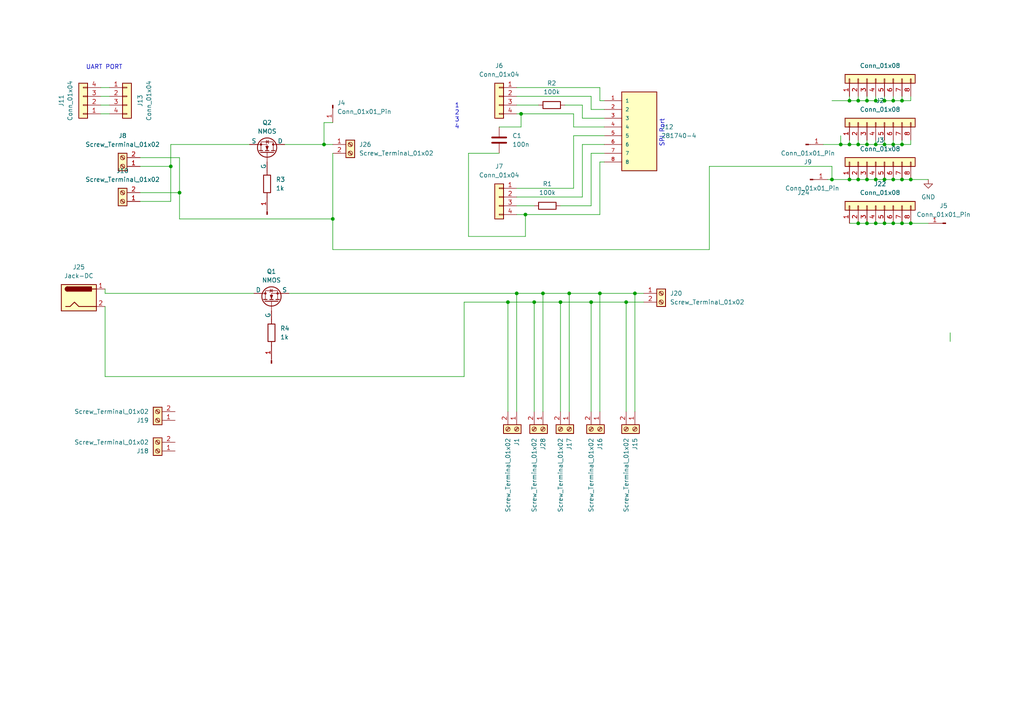
<source format=kicad_sch>
(kicad_sch (version 20250114) (generator "eeschema") (generator_version "9.0")
  (paper "A4")
  (lib_symbols
    (symbol "281740-4:281740-4" (pin_names (offset 1.016))
      (property "Reference" "J" (at -5.58 12.7 0))
      (property "Value" "281740-4" (at -5.08 -12.7 0))
      (symbol "281740-4_0_0"
        (rectangle (start -5.08 -10.16) (end 5.08 12.7) (stroke (width 0.254)) (fill (type background)))
        (pin passive line (at -10.16 10.16 0) (length 5.08) (name "1") (number "1"))
        (pin passive line (at -10.16 7.62 0) (length 5.08) (name "2") (number "2"))
        (pin passive line (at -10.16 5.08 0) (length 5.08) (name "3") (number "3"))
        (pin passive line (at -10.16 2.54 0) (length 5.08) (name "4") (number "4"))
        (pin passive line (at -10.16 0 0) (length 5.08) (name "5") (number "5"))
        (pin passive line (at -10.16 -2.54 0) (length 5.08) (name "6") (number "6"))
        (pin passive line (at -10.16 -5.08 0) (length 5.08) (name "7") (number "7"))
        (pin passive line (at -10.16 -7.62 0) (length 5.08) (name "8") (number "8"))
      )
    )
    (symbol "Connector:Conn_01x01_Pin" (pin_names (offset 1.016) (hide yes))
      (property "Reference" "J" (at 0 2.54 0))
      (property "Value" "Conn_01x01_Pin" (at 0 -2.54 0))
      (symbol "Conn_01x01_Pin_1_1"
        (rectangle (start 0.8636 0.127) (end 0 -0.127) (stroke (width 0.1524)) (fill (type outline)))
        (polyline (pts (xy 1.27 0) (xy 0.8636 0)) (stroke (width 0.1524)))
        (pin passive line (at 5.08 0 180) (length 3.81) (name "Pin_1") (number "1"))
      )
    )
    (symbol "Connector:Jack-DC" (pin_names (offset 1.016))
      (property "Reference" "J" (at 0 5.334 0))
      (property "Value" "Jack-DC" (at 0 -5.08 0))
      (symbol "Jack-DC_0_1"
        (rectangle (start -5.08 3.81) (end 5.08 -3.81) (stroke (width 0.254)) (fill (type background)))
        (polyline (pts (xy -3.81 -2.54) (xy -2.54 -2.54) (xy -1.27 -1.27) (xy 0 -2.54) (xy 2.54 -2.54) (xy 5.08 -2.54)) (stroke (width 0.254)))
        (arc (start -3.302 1.905) (mid -3.9343 2.54) (end -3.302 3.175) (stroke (width 0.254)))
        (arc (start -3.302 1.905) (mid -3.9343 2.54) (end -3.302 3.175) (stroke (width 0.254)) (fill (type outline)))
        (rectangle (start 3.683 3.175) (end -3.302 1.905) (stroke (width 0.254)) (fill (type outline)))
        (polyline (pts (xy 5.08 2.54) (xy 3.81 2.54)) (stroke (width 0.254)))
      )
      (symbol "Jack-DC_1_1"
        (pin passive line (at 7.62 2.54 180) (length 2.54) (name "~") (number "1"))
        (pin passive line (at 7.62 -2.54 180) (length 2.54) (name "~") (number "2"))
      )
    )
    (symbol "Connector:Screw_Terminal_01x02" (pin_names (offset 1.016) (hide yes))
      (property "Reference" "J" (at 0 2.54 0))
      (property "Value" "Screw_Terminal_01x02" (at 0 -5.08 0))
      (symbol "Screw_Terminal_01x02_1_1"
        (rectangle (start -1.27 1.27) (end 1.27 -3.81) (stroke (width 0.254)) (fill (type background)))
        (polyline (pts (xy -0.5334 0.3302) (xy 0.3302 -0.508)) (stroke (width 0.1524)))
        (polyline (pts (xy -0.5334 -2.2098) (xy 0.3302 -3.048)) (stroke (width 0.1524)))
        (polyline (pts (xy -0.3556 0.508) (xy 0.508 -0.3302)) (stroke (width 0.1524)))
        (polyline (pts (xy -0.3556 -2.032) (xy 0.508 -2.8702)) (stroke (width 0.1524)))
        (circle (center 0 0) (radius 0.635) (stroke (width 0.1524)))
        (circle (center 0 -2.54) (radius 0.635) (stroke (width 0.1524)))
        (pin passive line (at -5.08 0 0) (length 3.81) (name "Pin_1") (number "1"))
        (pin passive line (at -5.08 -2.54 0) (length 3.81) (name "Pin_2") (number "2"))
      )
    )
    (symbol "Connector_Generic:Conn_01x04" (pin_names (offset 1.016) (hide yes))
      (property "Reference" "J" (at 0 5.08 0))
      (property "Value" "Conn_01x04" (at 0 -7.62 0))
      (symbol "Conn_01x04_1_1"
        (rectangle (start -1.27 3.81) (end 1.27 -6.35) (stroke (width 0.254)) (fill (type background)))
        (rectangle (start -1.27 2.667) (end 0 2.413) (stroke (width 0.1524)))
        (rectangle (start -1.27 0.127) (end 0 -0.127) (stroke (width 0.1524)))
        (rectangle (start -1.27 -2.413) (end 0 -2.667) (stroke (width 0.1524)))
        (rectangle (start -1.27 -4.953) (end 0 -5.207) (stroke (width 0.1524)))
        (pin passive line (at -5.08 2.54 0) (length 3.81) (name "Pin_1") (number "1"))
        (pin passive line (at -5.08 0 0) (length 3.81) (name "Pin_2") (number "2"))
        (pin passive line (at -5.08 -2.54 0) (length 3.81) (name "Pin_3") (number "3"))
        (pin passive line (at -5.08 -5.08 0) (length 3.81) (name "Pin_4") (number "4"))
      )
    )
    (symbol "Connector_Generic:Conn_01x08" (pin_names (offset 1.016) (hide yes))
      (property "Reference" "J" (at 0 10.16 0))
      (property "Value" "Conn_01x08" (at 0 -12.7 0))
      (symbol "Conn_01x08_1_1"
        (rectangle (start -1.27 8.89) (end 1.27 -11.43) (stroke (width 0.254)) (fill (type background)))
        (rectangle (start -1.27 7.747) (end 0 7.493) (stroke (width 0.1524)))
        (rectangle (start -1.27 5.207) (end 0 4.953) (stroke (width 0.1524)))
        (rectangle (start -1.27 2.667) (end 0 2.413) (stroke (width 0.1524)))
        (rectangle (start -1.27 0.127) (end 0 -0.127) (stroke (width 0.1524)))
        (rectangle (start -1.27 -2.413) (end 0 -2.667) (stroke (width 0.1524)))
        (rectangle (start -1.27 -4.953) (end 0 -5.207) (stroke (width 0.1524)))
        (rectangle (start -1.27 -7.493) (end 0 -7.747) (stroke (width 0.1524)))
        (rectangle (start -1.27 -10.033) (end 0 -10.287) (stroke (width 0.1524)))
        (pin passive line (at -5.08 7.62 0) (length 3.81) (name "Pin_1") (number "1"))
        (pin passive line (at -5.08 5.08 0) (length 3.81) (name "Pin_2") (number "2"))
        (pin passive line (at -5.08 2.54 0) (length 3.81) (name "Pin_3") (number "3"))
        (pin passive line (at -5.08 0 0) (length 3.81) (name "Pin_4") (number "4"))
        (pin passive line (at -5.08 -2.54 0) (length 3.81) (name "Pin_5") (number "5"))
        (pin passive line (at -5.08 -5.08 0) (length 3.81) (name "Pin_6") (number "6"))
        (pin passive line (at -5.08 -7.62 0) (length 3.81) (name "Pin_7") (number "7"))
        (pin passive line (at -5.08 -10.16 0) (length 3.81) (name "Pin_8") (number "8"))
      )
    )
    (symbol "Device:C" (pin_numbers (hide yes)) (pin_names (offset 0.254))
      (property "Reference" "C" (at 0.635 2.54 0))
      (property "Value" "C" (at 0.635 -2.54 0))
      (symbol "C_0_1"
        (polyline (pts (xy -2.032 0.762) (xy 2.032 0.762)) (stroke (width 0.508)))
        (polyline (pts (xy -2.032 -0.762) (xy 2.032 -0.762)) (stroke (width 0.508)))
      )
      (symbol "C_1_1"
        (pin passive line (at 0 3.81 270) (length 2.794) (name "~") (number "1"))
        (pin passive line (at 0 -3.81 90) (length 2.794) (name "~") (number "2"))
      )
    )
    (symbol "Device:R" (pin_numbers (hide yes)) (pin_names (offset 0))
      (property "Reference" "R" (at 2.032 0 90))
      (property "Value" "R" (at 0 0 90))
      (symbol "R_0_1"
        (rectangle (start -1.016 -2.54) (end 1.016 2.54) (stroke (width 0.254)))
      )
      (symbol "R_1_1"
        (pin passive line (at 0 3.81 270) (length 1.27) (name "~") (number "1"))
        (pin passive line (at 0 -3.81 90) (length 1.27) (name "~") (number "2"))
      )
    )
    (symbol "Simulation_SPICE:NMOS" (pin_numbers (hide yes)) (pin_names (offset 0))
      (property "Reference" "Q" (at 5.08 1.27 0))
      (property "Value" "NMOS" (at 5.08 -1.27 0))
      (symbol "NMOS_0_1"
        (polyline (pts (xy 0.254 1.905) (xy 0.254 -1.905)) (stroke (width 0.254)))
        (polyline (pts (xy 0.254 0) (xy -2.54 0)))
        (polyline (pts (xy 0.762 2.286) (xy 0.762 1.27)) (stroke (width 0.254)))
        (polyline (pts (xy 0.762 0.508) (xy 0.762 -0.508)) (stroke (width 0.254)))
        (polyline (pts (xy 0.762 -1.27) (xy 0.762 -2.286)) (stroke (width 0.254)))
        (polyline (pts (xy 0.762 -1.778) (xy 3.302 -1.778) (xy 3.302 1.778) (xy 0.762 1.778)))
        (polyline (pts (xy 1.016 0) (xy 2.032 0.381) (xy 2.032 -0.381) (xy 1.016 0)) (fill (type outline)))
        (circle (center 1.651 0) (radius 2.794) (stroke (width 0.254)))
        (polyline (pts (xy 2.54 2.54) (xy 2.54 1.778)))
        (circle (center 2.54 1.778) (radius 0.254) (fill (type outline)))
        (circle (center 2.54 -1.778) (radius 0.254) (fill (type outline)))
        (polyline (pts (xy 2.54 -2.54) (xy 2.54 0) (xy 0.762 0)))
        (polyline (pts (xy 2.794 0.508) (xy 2.921 0.381) (xy 3.683 0.381) (xy 3.81 0.254)))
        (polyline (pts (xy 3.302 0.381) (xy 2.921 -0.254) (xy 3.683 -0.254) (xy 3.302 0.381)))
      )
      (symbol "NMOS_1_1"
        (pin input line (at -5.08 0 0) (length 2.54) (name "G") (number "2"))
        (pin passive line (at 2.54 5.08 270) (length 2.54) (name "D") (number "1"))
        (pin passive line (at 2.54 -5.08 90) (length 2.54) (name "S") (number "3"))
      )
    )
    (symbol "power:GND" (power) (pin_numbers (hide yes)) (pin_names (offset 0) (hide yes))
      (property "Value" "GND" (at 0 -3.81 0))
      (symbol "GND_0_1"
        (polyline (pts (xy 0 0) (xy 0 -1.27) (xy 1.27 -1.27) (xy 0 -2.54) (xy -1.27 -1.27) (xy 0 -1.27)))
      )
      (symbol "GND_1_1"
        (pin power_in line (at 0 0 270) (length 0) (name "~") (number "1"))
      )
    )
  )
  (text "SPI Port" (at 192.786 42.672 90) (effects (font (size 1.27 1.27)) (justify left bottom)))
  (text "1\n2\n3\n4" (at 132.588 33.782 0) (effects (font (size 1.27 1.27))))
  (text "UART PORT" (at 35.56 20.32 0) (effects (font (size 1.27 1.27)) (justify right bottom)))
  (junction (at 181.61 87.63))
  (junction (at 254 41.91))
  (junction (at 246.38 41.91))
  (junction (at 261.62 64.77))
  (junction (at 254 29.21))
  (junction (at 264.16 52.07))
  (junction (at 261.62 52.07))
  (junction (at 248.92 29.21))
  (junction (at 256.54 52.07))
  (junction (at 261.62 29.21))
  (junction (at 93.98 41.91))
  (junction (at 49.53 48.26))
  (junction (at 171.45 87.63))
  (junction (at 251.46 41.91))
  (junction (at 259.08 64.77))
  (junction (at 154.94 87.63))
  (junction (at 96.52 63.5))
  (junction (at 173.99 85.09))
  (junction (at 248.92 64.77))
  (junction (at 241.3 52.07))
  (junction (at 256.54 41.91))
  (junction (at 52.07 55.88))
  (junction (at 251.46 52.07))
  (junction (at 165.1 85.09))
  (junction (at 259.08 41.91))
  (junction (at 246.38 29.21))
  (junction (at 259.08 52.07))
  (junction (at 261.62 41.91))
  (junction (at 152.4 62.23))
  (junction (at 254 52.07))
  (junction (at 259.08 29.21))
  (junction (at 149.86 85.09))
  (junction (at 151.13 33.02))
  (junction (at 256.54 64.77))
  (junction (at 246.38 52.07))
  (junction (at 184.15 85.09))
  (junction (at 248.92 41.91))
  (junction (at 248.92 52.07))
  (junction (at 243.84 41.91))
  (junction (at 251.46 29.21))
  (junction (at 147.32 87.63))
  (junction (at 264.16 64.77))
  (junction (at 256.54 29.21))
  (junction (at 251.46 64.77))
  (junction (at 157.48 85.09))
  (junction (at 254 64.77))
  (junction (at 162.56 87.63))
  (wire (pts (xy 251.46 41.91) (xy 254 41.91)))
  (wire (pts (xy 261.62 52.07) (xy 264.16 52.07)))
  (wire (pts (xy 149.86 59.69) (xy 154.94 59.69)))
  (wire (pts (xy 168.91 30.48) (xy 168.91 34.29)))
  (wire (pts (xy 173.99 46.99) (xy 173.99 62.23)))
  (wire (pts (xy 49.53 41.91) (xy 49.53 48.26)))
  (wire (pts (xy 171.45 44.45) (xy 171.45 59.69)))
  (wire (pts (xy 83.82 85.09) (xy 149.86 85.09)))
  (wire (pts (xy 173.99 85.09) (xy 165.1 85.09)))
  (wire (pts (xy 96.52 44.45) (xy 96.52 63.5)))
  (wire (pts (xy 151.13 36.83) (xy 151.13 33.02)))
  (wire (pts (xy 162.56 87.63) (xy 171.45 87.63)))
  (wire (pts (xy 147.32 87.63) (xy 147.32 119.38)))
  (wire (pts (xy 168.91 34.29) (xy 175.26 34.29)))
  (wire (pts (xy 184.15 85.09) (xy 184.15 119.38)))
  (wire (pts (xy 248.92 41.91) (xy 251.46 41.91)))
  (wire (pts (xy 264.16 40.64) (xy 264.16 41.91)))
  (wire (pts (xy 243.84 41.91) (xy 246.38 41.91)))
  (wire (pts (xy 246.38 41.91) (xy 248.92 41.91)))
  (wire (pts (xy 246.38 29.21) (xy 248.92 29.21)))
  (wire (pts (xy 151.13 33.02) (xy 149.86 33.02)))
  (wire (pts (xy 173.99 29.21) (xy 175.26 29.21)))
  (wire (pts (xy 256.54 41.91) (xy 259.08 41.91)))
  (wire (pts (xy 30.48 109.22) (xy 30.48 88.9)))
  (wire (pts (xy 134.62 87.63) (xy 134.62 109.22)))
  (wire (pts (xy 149.86 85.09) (xy 149.86 119.38)))
  (wire (pts (xy 29.21 33.02) (xy 31.75 33.02)))
  (wire (pts (xy 246.38 27.94) (xy 246.38 29.21)))
  (wire (pts (xy 261.62 27.94) (xy 261.62 29.21)))
  (wire (pts (xy 248.92 52.07) (xy 251.46 52.07)))
  (wire (pts (xy 149.86 54.61) (xy 166.37 54.61)))
  (wire (pts (xy 134.62 87.63) (xy 147.32 87.63)))
  (wire (pts (xy 241.3 29.21) (xy 246.38 29.21)))
  (wire (pts (xy 149.86 57.15) (xy 168.91 57.15)))
  (wire (pts (xy 251.46 27.94) (xy 251.46 29.21)))
  (wire (pts (xy 171.45 31.75) (xy 175.26 31.75)))
  (wire (pts (xy 163.83 30.48) (xy 168.91 30.48)))
  (wire (pts (xy 251.46 64.77) (xy 254 64.77)))
  (wire (pts (xy 52.07 45.72) (xy 52.07 55.88)))
  (wire (pts (xy 171.45 31.75) (xy 171.45 27.94)))
  (wire (pts (xy 259.08 40.64) (xy 259.08 41.91)))
  (wire (pts (xy 251.46 29.21) (xy 254 29.21)))
  (wire (pts (xy 261.62 64.77) (xy 264.16 64.77)))
  (wire (pts (xy 241.3 48.26) (xy 241.3 52.07)))
  (wire (pts (xy 166.37 39.37) (xy 166.37 54.61)))
  (wire (pts (xy 259.08 27.94) (xy 259.08 29.21)))
  (wire (pts (xy 82.55 41.91) (xy 93.98 41.91)))
  (wire (pts (xy 166.37 39.37) (xy 175.26 39.37)))
  (wire (pts (xy 49.53 41.91) (xy 72.39 41.91)))
  (wire (pts (xy 52.07 63.5) (xy 52.07 55.88)))
  (wire (pts (xy 181.61 87.63) (xy 186.69 87.63)))
  (wire (pts (xy 157.48 85.09) (xy 165.1 85.09)))
  (wire (pts (xy 259.08 41.91) (xy 261.62 41.91)))
  (wire (pts (xy 171.45 87.63) (xy 181.61 87.63)))
  (wire (pts (xy 259.08 64.77) (xy 261.62 64.77)))
  (wire (pts (xy 166.37 33.02) (xy 151.13 33.02)))
  (wire (pts (xy 254 41.91) (xy 256.54 41.91)))
  (wire (pts (xy 93.98 35.56) (xy 93.98 41.91)))
  (wire (pts (xy 162.56 119.38) (xy 162.56 87.63)))
  (wire (pts (xy 256.54 29.21) (xy 259.08 29.21)))
  (wire (pts (xy 168.91 41.91) (xy 168.91 57.15)))
  (wire (pts (xy 149.86 62.23) (xy 152.4 62.23)))
  (wire (pts (xy 166.37 33.02) (xy 166.37 36.83)))
  (wire (pts (xy 96.52 63.5) (xy 96.52 72.39)))
  (wire (pts (xy 52.07 63.5) (xy 96.52 63.5)))
  (wire (pts (xy 205.74 48.26) (xy 241.3 48.26)))
  (wire (pts (xy 246.38 40.64) (xy 246.38 41.91)))
  (wire (pts (xy 264.16 41.91) (xy 261.62 41.91)))
  (wire (pts (xy 248.92 27.94) (xy 248.92 29.21)))
  (wire (pts (xy 168.91 41.91) (xy 175.26 41.91)))
  (wire (pts (xy 171.45 44.45) (xy 175.26 44.45)))
  (wire (pts (xy 184.15 85.09) (xy 173.99 85.09)))
  (wire (pts (xy 147.32 87.63) (xy 154.94 87.63)))
  (wire (pts (xy 241.3 52.07) (xy 246.38 52.07)))
  (wire (pts (xy 175.26 36.83) (xy 166.37 36.83)))
  (wire (pts (xy 30.48 109.22) (xy 134.62 109.22)))
  (wire (pts (xy 149.86 30.48) (xy 156.21 30.48)))
  (wire (pts (xy 162.56 59.69) (xy 171.45 59.69)))
  (wire (pts (xy 254 52.07) (xy 256.54 52.07)))
  (wire (pts (xy 275.59 96.52) (xy 275.59 99.06)))
  (wire (pts (xy 93.98 35.56) (xy 96.52 35.56)))
  (wire (pts (xy 30.48 85.09) (xy 30.48 83.82)))
  (wire (pts (xy 173.99 46.99) (xy 175.26 46.99)))
  (wire (pts (xy 261.62 40.64) (xy 261.62 41.91)))
  (wire (pts (xy 254 40.64) (xy 254 41.91)))
  (wire (pts (xy 259.08 52.07) (xy 261.62 52.07)))
  (wire (pts (xy 135.89 44.45) (xy 135.89 68.58)))
  (wire (pts (xy 171.45 87.63) (xy 171.45 119.38)))
  (wire (pts (xy 254 27.94) (xy 254 29.21)))
  (wire (pts (xy 256.54 40.64) (xy 256.54 41.91)))
  (wire (pts (xy 264.16 52.07) (xy 269.24 52.07)))
  (wire (pts (xy 240.03 52.07) (xy 241.3 52.07)))
  (wire (pts (xy 251.46 52.07) (xy 254 52.07)))
  (wire (pts (xy 264.16 27.94) (xy 264.16 29.21)))
  (wire (pts (xy 205.74 72.39) (xy 96.52 72.39)))
  (wire (pts (xy 154.94 87.63) (xy 154.94 119.38)))
  (wire (pts (xy 264.16 64.77) (xy 269.24 64.77)))
  (wire (pts (xy 254 64.77) (xy 256.54 64.77)))
  (wire (pts (xy 40.64 45.72) (xy 52.07 45.72)))
  (wire (pts (xy 29.21 27.94) (xy 31.75 27.94)))
  (wire (pts (xy 246.38 52.07) (xy 248.92 52.07)))
  (wire (pts (xy 93.98 41.91) (xy 96.52 41.91)))
  (wire (pts (xy 173.99 25.4) (xy 173.99 29.21)))
  (wire (pts (xy 157.48 85.09) (xy 157.48 119.38)))
  (wire (pts (xy 248.92 40.64) (xy 248.92 41.91)))
  (wire (pts (xy 264.16 29.21) (xy 261.62 29.21)))
  (wire (pts (xy 205.74 48.26) (xy 205.74 72.39)))
  (wire (pts (xy 184.15 85.09) (xy 186.69 85.09)))
  (wire (pts (xy 40.64 48.26) (xy 49.53 48.26)))
  (wire (pts (xy 30.48 85.09) (xy 73.66 85.09)))
  (wire (pts (xy 243.84 39.37) (xy 243.84 41.91)))
  (wire (pts (xy 246.38 64.77) (xy 248.92 64.77)))
  (wire (pts (xy 248.92 64.77) (xy 251.46 64.77)))
  (wire (pts (xy 171.45 27.94) (xy 149.86 27.94)))
  (wire (pts (xy 181.61 87.63) (xy 181.61 119.38)))
  (wire (pts (xy 256.54 52.07) (xy 259.08 52.07)))
  (wire (pts (xy 173.99 25.4) (xy 149.86 25.4)))
  (wire (pts (xy 256.54 64.77) (xy 259.08 64.77)))
  (wire (pts (xy 238.76 41.91) (xy 243.84 41.91)))
  (wire (pts (xy 29.21 30.48) (xy 31.75 30.48)))
  (wire (pts (xy 165.1 85.09) (xy 165.1 119.38)))
  (wire (pts (xy 49.53 58.42) (xy 40.64 58.42)))
  (wire (pts (xy 254 29.21) (xy 256.54 29.21)))
  (wire (pts (xy 162.56 87.63) (xy 154.94 87.63)))
  (wire (pts (xy 152.4 62.23) (xy 173.99 62.23)))
  (wire (pts (xy 40.64 55.88) (xy 52.07 55.88)))
  (wire (pts (xy 248.92 29.21) (xy 251.46 29.21)))
  (wire (pts (xy 29.21 25.4) (xy 31.75 25.4)))
  (wire (pts (xy 144.78 36.83) (xy 151.13 36.83)))
  (wire (pts (xy 173.99 85.09) (xy 173.99 119.38)))
  (wire (pts (xy 251.46 40.64) (xy 251.46 41.91)))
  (wire (pts (xy 49.53 48.26) (xy 49.53 58.42)))
  (wire (pts (xy 144.78 44.45) (xy 135.89 44.45)))
  (wire (pts (xy 152.4 68.58) (xy 152.4 62.23)))
  (wire (pts (xy 135.89 68.58) (xy 152.4 68.58)))
  (wire (pts (xy 149.86 85.09) (xy 157.48 85.09)))
  (wire (pts (xy 256.54 27.94) (xy 256.54 29.21)))
  (wire (pts (xy 259.08 29.21) (xy 261.62 29.21)))
  (symbol (lib_id "Connector_Generic:Conn_01x08") (at 254 59.69 90) (unit 1)
    (property "Reference" "J22" (at 255.27 53.34 90))
    (property "Value" "Conn_01x08" (at 255.27 55.88 90))
    (property "Footprint" "Connector_PinSocket_2.54mm:PinSocket_1x08_P2.54mm_Vertical" (effects (hide yes)))
    (property "Description" "Generic connector, single row, 01x08, script generated (kicad-library-utils/schlib/autogen/connector/)" (effects (hide yes)))
  )
  (symbol (lib_id "Connector:Screw_Terminal_01x02") (at 149.86 124.46 270) (unit 1)
    (property "Reference" "J1" (at 149.8601 127 0) (effects (justify left)))
    (property "Value" "Screw_Terminal_01x02" (at 147.3201 127 0) (effects (justify left)))
    (property "Footprint" "TerminalBlock:TerminalBlock_Altech_AK300-2_P5.00mm" (effects (hide yes)))
  )
  (symbol (lib_id "Connector:Conn_01x01_Pin") (at 96.52 30.48 270) (unit 1)
    (property "Reference" "J4" (at 97.79 29.8449 90) (effects (justify left)))
    (property "Value" "Conn_01x01_Pin" (at 97.79 32.3849 90) (effects (justify left)))
    (property "Footprint" "Connector_PinSocket_2.54mm:PinSocket_1x01_P2.54mm_Vertical" (effects (hide yes)))
    (property "Description" "Generic connector, single row, 01x01, script generated" (effects (hide yes)))
  )
  (symbol (lib_id "Connector_Generic:Conn_01x04") (at 144.78 57.15 0) (mirror y) (unit 1)
    (property "Reference" "J7" (at 144.78 48.26 0))
    (property "Value" "Conn_01x04" (at 144.78 50.8 0))
    (property "Footprint" "Connector_PinHeader_2.54mm:PinHeader_1x04_P2.54mm_Vertical" (effects (hide yes)))
  )
  (symbol (lib_id "Connector:Screw_Terminal_01x02") (at 45.72 130.81 180) (unit 1)
    (property "Reference" "J18" (at 43.18 130.8101 0) (effects (justify left)))
    (property "Value" "Screw_Terminal_01x02" (at 43.18 128.2701 0) (effects (justify left)))
    (property "Footprint" "TerminalBlock:TerminalBlock_Altech_AK300-2_P5.00mm" (effects (hide yes)))
  )
  (symbol (lib_id "Connector_Generic:Conn_01x08") (at 254 46.99 90) (unit 1)
    (property "Reference" "J3" (at 255.27 40.6563 90))
    (property "Value" "Conn_01x08" (at 255.27 43.1963 90))
    (property "Footprint" "Connector_PinSocket_2.54mm:PinSocket_1x08_P2.54mm_Vertical" (effects (hide yes)))
    (property "Description" "Generic connector, single row, 01x08, script generated (kicad-library-utils/schlib/autogen/connector/)" (effects (hide yes)))
  )
  (symbol (lib_id "Connector:Conn_01x01_Pin") (at 78.74 105.41 90) (unit 1)
    (property "Reference" "J14" (effects (hide yes)))
    (property "Value" "Conn_01x01_Pin" (effects (hide yes)))
    (property "Footprint" "Connector_PinSocket_2.54mm:PinSocket_1x01_P2.54mm_Vertical" (effects (hide yes)))
    (property "Description" "Generic connector, single row, 01x01, script generated" (effects (hide yes)))
  )
  (symbol (lib_id "Connector_Generic:Conn_01x04") (at 36.83 27.94 0) (unit 1)
    (property "Reference" "J13" (at 40.64 29.21 90))
    (property "Value" "Conn_01x04" (at 43.18 29.21 90))
    (property "Footprint" "Connector_PinHeader_2.54mm:PinHeader_1x04_P2.54mm_Horizontal" (effects (hide yes)))
  )
  (symbol (lib_id "Connector_Generic:Conn_01x04") (at 24.13 30.48 180) (unit 1)
    (property "Reference" "J11" (at 17.78 29.21 90))
    (property "Value" "Conn_01x04" (at 20.32 29.21 90))
    (property "Footprint" "Connector_PinHeader_2.54mm:PinHeader_1x04_P2.54mm_Horizontal" (effects (hide yes)))
  )
  (symbol (lib_id "Connector_Generic:Conn_01x08") (at 254 35.56 90) (unit 1)
    (property "Reference" "J2" (at 255.27 29.21 90))
    (property "Value" "Conn_01x08" (at 255.27 31.75 90))
    (property "Footprint" "Connector_PinSocket_2.54mm:PinSocket_1x08_P2.54mm_Vertical" (effects (hide yes)))
    (property "Description" "Generic connector, single row, 01x08, script generated (kicad-library-utils/schlib/autogen/connector/)" (effects (hide yes)))
  )
  (symbol (lib_id "Connector_Generic:Conn_01x08") (at 254 22.86 90) (unit 1)
    (property "Reference" "J23" (effects (hide yes)))
    (property "Value" "Conn_01x08" (at 255.27 19.05 90))
    (property "Footprint" "Connector_PinSocket_2.54mm:PinSocket_1x08_P2.54mm_Vertical" (effects (hide yes)))
    (property "Description" "Generic connector, single row, 01x08, script generated (kicad-library-utils/schlib/autogen/connector/)" (effects (hide yes)))
  )
  (symbol (lib_id "Connector:Jack-DC") (at 22.86 86.36 0) (unit 1)
    (property "Reference" "J25" (at 22.86 77.47 0))
    (property "Value" "Jack-DC" (at 22.86 80.01 0))
    (property "Footprint" "Connector_BarrelJack:BarrelJack_Horizontal" (effects (hide yes)))
    (property "Description" "DC Barrel Jack" (effects (hide yes)))
  )
  (symbol (lib_id "Simulation_SPICE:NMOS") (at 77.47 44.45 270) (mirror x) (unit 1)
    (property "Reference" "Q2" (at 77.47 35.56 90))
    (property "Value" "NMOS" (at 77.47 38.1 90))
    (property "Footprint" "temmp:DIO_BAV99W_RFG" (effects (hide yes)))
    (property "Datasheet" "https://ngspice.sourceforge.io/docs/ngspice-html-manual/manual.xhtml#cha_MOSFETs" (effects (hide yes)))
    (property "Description" "N-MOSFET transistor, drain/source/gate" (effects (hide yes)))
    (property "Sim.Device" "NMOS" (effects (hide yes)))
    (property "Sim.Type" "VDMOS" (effects (hide yes)))
    (property "Sim.Pins" "1=D 2=G 3=S" (effects (hide yes)))
  )
  (symbol (lib_id "Connector:Screw_Terminal_01x02") (at 35.56 58.42 180) (unit 1)
    (property "Reference" "J10" (at 35.56 49.53 0))
    (property "Value" "Screw_Terminal_01x02" (at 35.56 52.07 0))
    (property "Footprint" "TerminalBlock:TerminalBlock_Altech_AK300-2_P5.00mm" (effects (hide yes)))
    (property "Description" "Generic screw terminal, single row, 01x02, script generated (kicad-library-utils/schlib/autogen/connector/)" (effects (hide yes)))
  )
  (symbol (lib_id "power:GND") (at 269.24 52.07 0) (unit 1)
    (property "Reference" "#PWR01" (effects (hide yes)))
    (property "Value" "GND" (at 269.24 57.15 0))
    (property "Description" "Power symbol creates a global label with name \"GND\" , ground" (effects (hide yes)))
  )
  (symbol (lib_id "Connector_Generic:Conn_01x04") (at 144.78 27.94 0) (mirror y) (unit 1)
    (property "Reference" "J6" (at 144.78 19.05 0))
    (property "Value" "Conn_01x04" (at 144.78 21.59 0))
    (property "Footprint" "Connector_PinHeader_2.54mm:PinHeader_1x04_P2.54mm_Vertical" (effects (hide yes)))
  )
  (symbol (lib_id "Connector:Screw_Terminal_01x02") (at 157.48 124.46 270) (unit 1)
    (property "Reference" "J28" (at 157.4801 127 0) (effects (justify left)))
    (property "Value" "Screw_Terminal_01x02" (at 154.9401 127 0) (effects (justify left)))
    (property "Footprint" "TerminalBlock:TerminalBlock_Altech_AK300-2_P5.00mm" (effects (hide yes)))
  )
  (symbol (lib_id "Device:R") (at 160.02 30.48 90) (unit 1)
    (property "Reference" "R2" (at 160.02 24.13 90))
    (property "Value" "100k" (at 160.02 26.67 90))
    (property "Footprint" "Resistor_SMD:R_0805_2012Metric_Pad1.20x1.40mm_HandSolder" (effects (hide yes)))
  )
  (symbol (lib_id "Device:R") (at 158.75 59.69 270) (unit 1)
    (property "Reference" "R1" (at 158.75 53.34 90))
    (property "Value" "100k" (at 158.75 55.88 90))
    (property "Footprint" "Resistor_SMD:R_0805_2012Metric_Pad1.20x1.40mm_HandSolder" (effects (hide yes)))
  )
  (symbol (lib_id "Connector:Screw_Terminal_01x02") (at 191.77 85.09 0) (unit 1)
    (property "Reference" "J20" (at 194.31 85.0899 0) (effects (justify left)))
    (property "Value" "Screw_Terminal_01x02" (at 194.31 87.6299 0) (effects (justify left)))
    (property "Footprint" "TerminalBlock:TerminalBlock_Altech_AK300-2_P5.00mm" (effects (hide yes)))
  )
  (symbol (lib_id "281740-4:281740-4") (at 185.42 39.37 0) (unit 1)
    (property "Reference" "J12" (at 191.77 36.8299 0) (effects (justify left)))
    (property "Value" "281740-4" (at 191.77 39.3699 0) (effects (justify left)))
    (property "Footprint" "footprint:TE_281740-4" (effects (hide yes)))
    (property "Check_prices" "https://www.snapeda.com/parts/281740-4/TE+Connectivity/view-part/?ref=eda" (effects (hide yes)))
    (property "Package" "None" (effects (hide yes)))
    (property "STANDARD" "Manufacturer Recommendations" (effects (hide yes)))
    (property "PARTREV" "R" (effects (hide yes)))
    (property "SnapEDA_Link" "https://www.snapeda.com/parts/281740-4/TE+Connectivity/view-part/?ref=snap" (effects (hide yes)))
    (property "Number_of_Positions" "8" (effects (hide yes)))
    (property "MANUFACTURER" "TE" (effects (hide yes)))
    (property "Comment" "281740-4" (effects (hide yes)))
    (property "MF" "TE Connectivity" (effects (hide yes)))
    (property "Product_Type" "Connector" (effects (hide yes)))
    (property "Description_1" "HEADER HE13 STRAIGHT 2X4 P" (effects (hide yes)))
    (property "Price" "None" (effects (hide yes)))
    (property "MP" "281740-4" (effects (hide yes)))
    (property "EU_RoHS_Compliance" "Compliant" (effects (hide yes)))
    (property "Availability" "In Stock" (effects (hide yes)))
    (property "Centerline_Pitch" "2.54 mm[.1 in]" (effects (hide yes)))
  )
  (symbol (lib_id "Connector:Conn_01x01_Pin") (at 234.95 52.07 0) (unit 1)
    (property "Reference" "J24" (at 233.045 55.88 0))
    (property "Value" "Conn_01x01_Pin" (at 235.585 54.61 0))
    (property "Footprint" "Connector_PinSocket_2.54mm:PinSocket_1x01_P2.54mm_Vertical" (effects (hide yes)))
    (property "Description" "Generic connector, single row, 01x01, script generated" (effects (hide yes)))
  )
  (symbol (lib_id "Device:C") (at 144.78 40.64 0) (unit 1)
    (property "Reference" "C1" (at 148.59 39.3699 0) (effects (justify left)))
    (property "Value" "100n" (at 148.59 41.9099 0) (effects (justify left)))
    (property "Footprint" "Capacitor_SMD:C_1812_4532Metric_Pad1.57x3.40mm_HandSolder" (effects (hide yes)))
  )
  (symbol (lib_id "Device:R") (at 78.74 96.52 0) (unit 1)
    (property "Reference" "R4" (at 81.28 95.2499 0) (effects (justify left)))
    (property "Value" "1k" (at 81.28 97.7899 0) (effects (justify left)))
    (property "Footprint" "Resistor_SMD:R_0805_2012Metric_Pad1.20x1.40mm_HandSolder" (effects (hide yes)))
  )
  (symbol (lib_id "Connector:Screw_Terminal_01x02") (at 35.56 48.26 180) (unit 1)
    (property "Reference" "J8" (at 35.56 39.37 0))
    (property "Value" "Screw_Terminal_01x02" (at 35.56 41.91 0))
    (property "Footprint" "TerminalBlock:TerminalBlock_Altech_AK300-2_P5.00mm" (effects (hide yes)))
    (property "Description" "Generic screw terminal, single row, 01x02, script generated (kicad-library-utils/schlib/autogen/connector/)" (effects (hide yes)))
  )
  (symbol (lib_id "Connector:Screw_Terminal_01x02") (at 184.15 124.46 270) (unit 1)
    (property "Reference" "J15" (at 184.1501 127 0) (effects (justify left)))
    (property "Value" "Screw_Terminal_01x02" (at 181.6101 127 0) (effects (justify left)))
    (property "Footprint" "TerminalBlock:TerminalBlock_Altech_AK300-2_P5.00mm" (effects (hide yes)))
  )
  (symbol (lib_id "Device:R") (at 77.47 53.34 0) (unit 1)
    (property "Reference" "R3" (at 80.01 52.0699 0) (effects (justify left)))
    (property "Value" "1k" (at 80.01 54.6099 0) (effects (justify left)))
    (property "Footprint" "Resistor_SMD:R_0805_2012Metric_Pad1.20x1.40mm_HandSolder" (effects (hide yes)))
  )
  (symbol (lib_id "Connector:Screw_Terminal_01x02") (at 101.6 41.91 0) (unit 1)
    (property "Reference" "J26" (at 104.14 41.9099 0) (effects (justify left)))
    (property "Value" "Screw_Terminal_01x02" (at 104.14 44.4499 0) (effects (justify left)))
    (property "Footprint" "TerminalBlock:TerminalBlock_Altech_AK300-2_P5.00mm" (effects (hide yes)))
  )
  (symbol (lib_id "Connector:Screw_Terminal_01x02") (at 173.99 124.46 270) (unit 1)
    (property "Reference" "J16" (at 173.9901 127 0) (effects (justify left)))
    (property "Value" "Screw_Terminal_01x02" (at 171.4501 127 0) (effects (justify left)))
    (property "Footprint" "TerminalBlock:TerminalBlock_Altech_AK300-2_P5.00mm" (effects (hide yes)))
  )
  (symbol (lib_id "Connector:Conn_01x01_Pin") (at 233.68 41.91 0) (unit 1)
    (property "Reference" "J9" (at 234.315 46.99 0))
    (property "Value" "Conn_01x01_Pin" (at 234.315 44.45 0))
    (property "Footprint" "Connector_PinSocket_2.54mm:PinSocket_1x01_P2.54mm_Vertical" (effects (hide yes)))
    (property "Description" "Generic connector, single row, 01x01, script generated" (effects (hide yes)))
  )
  (symbol (lib_id "Connector:Screw_Terminal_01x02") (at 45.72 121.92 180) (unit 1)
    (property "Reference" "J19" (at 43.18 121.9201 0) (effects (justify left)))
    (property "Value" "Screw_Terminal_01x02" (at 43.18 119.3801 0) (effects (justify left)))
    (property "Footprint" "TerminalBlock:TerminalBlock_Altech_AK300-2_P5.00mm" (effects (hide yes)))
  )
  (symbol (lib_id "Connector:Conn_01x01_Pin") (at 274.32 64.77 180) (unit 1)
    (property "Reference" "J5" (at 273.685 59.69 0))
    (property "Value" "Conn_01x01_Pin" (at 273.685 62.23 0))
    (property "Footprint" "Connector_PinSocket_2.54mm:PinSocket_1x01_P2.54mm_Vertical" (effects (hide yes)))
    (property "Description" "Generic connector, single row, 01x01, script generated" (effects (hide yes)))
  )
  (symbol (lib_id "Simulation_SPICE:NMOS") (at 78.74 87.63 90) (unit 1)
    (property "Reference" "Q1" (at 78.74 78.74 90))
    (property "Value" "NMOS" (at 78.74 81.28 90))
    (property "Footprint" "temmp:DIO_BAV99W_RFG" (effects (hide yes)))
    (property "Datasheet" "https://ngspice.sourceforge.io/docs/ngspice-html-manual/manual.xhtml#cha_MOSFETs" (effects (hide yes)))
    (property "Description" "N-MOSFET transistor, drain/source/gate" (effects (hide yes)))
    (property "Sim.Device" "NMOS" (effects (hide yes)))
    (property "Sim.Type" "VDMOS" (effects (hide yes)))
    (property "Sim.Pins" "1=D 2=G 3=S" (effects (hide yes)))
  )
  (symbol (lib_id "Connector:Screw_Terminal_01x02") (at 165.1 124.46 270) (unit 1)
    (property "Reference" "J17" (at 165.1001 127 0) (effects (justify left)))
    (property "Value" "Screw_Terminal_01x02" (at 162.5601 127 0) (effects (justify left)))
    (property "Footprint" "TerminalBlock:TerminalBlock_Altech_AK300-2_P5.00mm" (effects (hide yes)))
  )
  (symbol (lib_id "Connector:Conn_01x01_Pin") (at 77.47 62.23 90) (unit 1)
    (property "Reference" "J21" (effects (hide yes)))
    (property "Value" "Conn_01x01_Pin" (effects (hide yes)))
    (property "Footprint" "Connector_PinSocket_2.54mm:PinSocket_1x01_P2.54mm_Vertical" (effects (hide yes)))
    (property "Description" "Generic connector, single row, 01x01, script generated" (effects (hide yes)))
  )
)
</source>
